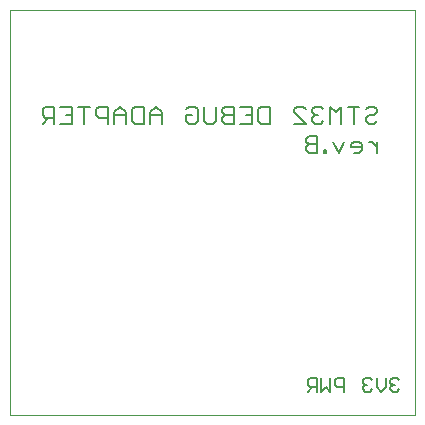
<source format=gbo>
G75*
%MOIN*%
%OFA0B0*%
%FSLAX25Y25*%
%IPPOS*%
%LPD*%
%AMOC8*
5,1,8,0,0,1.08239X$1,22.5*
%
%ADD10C,0.00000*%
%ADD11C,0.00700*%
%ADD12C,0.00500*%
D10*
X0014500Y0026300D02*
X0149500Y0026300D01*
X0149500Y0161300D01*
X0014500Y0161300D01*
X0014500Y0026300D01*
D11*
X0025298Y0123275D02*
X0027233Y0125210D01*
X0026265Y0125210D02*
X0029168Y0125210D01*
X0029168Y0123275D02*
X0029168Y0129080D01*
X0026265Y0129080D01*
X0025298Y0128112D01*
X0025298Y0126177D01*
X0026265Y0125210D01*
X0031283Y0123275D02*
X0035153Y0123275D01*
X0035153Y0129080D01*
X0031283Y0129080D01*
X0033218Y0126177D02*
X0035153Y0126177D01*
X0037268Y0129080D02*
X0041138Y0129080D01*
X0043253Y0128112D02*
X0043253Y0126177D01*
X0044221Y0125210D01*
X0047123Y0125210D01*
X0047123Y0123275D02*
X0047123Y0129080D01*
X0044221Y0129080D01*
X0043253Y0128112D01*
X0039203Y0129080D02*
X0039203Y0123275D01*
X0049238Y0123275D02*
X0049238Y0127145D01*
X0051173Y0129080D01*
X0053108Y0127145D01*
X0053108Y0123275D01*
X0055224Y0124242D02*
X0055224Y0128112D01*
X0056191Y0129080D01*
X0059094Y0129080D01*
X0059094Y0123275D01*
X0056191Y0123275D01*
X0055224Y0124242D01*
X0053108Y0126177D02*
X0049238Y0126177D01*
X0061209Y0126177D02*
X0065079Y0126177D01*
X0065079Y0127145D02*
X0063144Y0129080D01*
X0061209Y0127145D01*
X0061209Y0123275D01*
X0065079Y0123275D02*
X0065079Y0127145D01*
X0073179Y0128112D02*
X0074146Y0129080D01*
X0076081Y0129080D01*
X0077049Y0128112D01*
X0077049Y0124242D01*
X0076081Y0123275D01*
X0074146Y0123275D01*
X0073179Y0124242D01*
X0073179Y0126177D01*
X0075114Y0126177D01*
X0079164Y0124242D02*
X0080132Y0123275D01*
X0082066Y0123275D01*
X0083034Y0124242D01*
X0083034Y0129080D01*
X0085149Y0128112D02*
X0085149Y0127145D01*
X0086117Y0126177D01*
X0089019Y0126177D01*
X0089019Y0123275D02*
X0089019Y0129080D01*
X0086117Y0129080D01*
X0085149Y0128112D01*
X0086117Y0126177D02*
X0085149Y0125210D01*
X0085149Y0124242D01*
X0086117Y0123275D01*
X0089019Y0123275D01*
X0091134Y0123275D02*
X0095004Y0123275D01*
X0095004Y0129080D01*
X0091134Y0129080D01*
X0093069Y0126177D02*
X0095004Y0126177D01*
X0097119Y0124242D02*
X0098087Y0123275D01*
X0100989Y0123275D01*
X0100989Y0129080D01*
X0098087Y0129080D01*
X0097119Y0128112D01*
X0097119Y0124242D01*
X0109090Y0123275D02*
X0112960Y0123275D01*
X0109090Y0127145D01*
X0109090Y0128112D01*
X0110057Y0129080D01*
X0111992Y0129080D01*
X0112960Y0128112D01*
X0115075Y0128112D02*
X0115075Y0127145D01*
X0116042Y0126177D01*
X0115075Y0125210D01*
X0115075Y0124242D01*
X0116042Y0123275D01*
X0117977Y0123275D01*
X0118945Y0124242D01*
X0121060Y0123275D02*
X0121060Y0129080D01*
X0122995Y0127145D01*
X0124930Y0129080D01*
X0124930Y0123275D01*
X0128980Y0123275D02*
X0128980Y0129080D01*
X0130915Y0129080D02*
X0127045Y0129080D01*
X0133030Y0128112D02*
X0133998Y0129080D01*
X0135933Y0129080D01*
X0136900Y0128112D01*
X0136900Y0127145D01*
X0135933Y0126177D01*
X0133998Y0126177D01*
X0133030Y0125210D01*
X0133030Y0124242D01*
X0133998Y0123275D01*
X0135933Y0123275D01*
X0136900Y0124242D01*
X0136900Y0117395D02*
X0136900Y0113525D01*
X0136900Y0115460D02*
X0134965Y0117395D01*
X0133998Y0117395D01*
X0131912Y0116427D02*
X0131912Y0114492D01*
X0130945Y0113525D01*
X0129010Y0113525D01*
X0128042Y0115460D02*
X0131912Y0115460D01*
X0131912Y0116427D02*
X0130945Y0117395D01*
X0129010Y0117395D01*
X0128042Y0116427D01*
X0128042Y0115460D01*
X0125927Y0117395D02*
X0123992Y0113525D01*
X0122057Y0117395D01*
X0119942Y0114492D02*
X0118975Y0114492D01*
X0118975Y0113525D01*
X0119942Y0113525D01*
X0119942Y0114492D01*
X0116950Y0113525D02*
X0116950Y0119330D01*
X0114047Y0119330D01*
X0113080Y0118362D01*
X0113080Y0117395D01*
X0114047Y0116427D01*
X0116950Y0116427D01*
X0116950Y0113525D02*
X0114047Y0113525D01*
X0113080Y0114492D01*
X0113080Y0115460D01*
X0114047Y0116427D01*
X0116042Y0126177D02*
X0117010Y0126177D01*
X0118945Y0128112D02*
X0117977Y0129080D01*
X0116042Y0129080D01*
X0115075Y0128112D01*
X0079164Y0129080D02*
X0079164Y0124242D01*
D12*
X0114375Y0038554D02*
X0113624Y0037803D01*
X0113624Y0036302D01*
X0114375Y0035551D01*
X0116626Y0035551D01*
X0115125Y0035551D02*
X0113624Y0034050D01*
X0116626Y0034050D02*
X0116626Y0038554D01*
X0114375Y0038554D01*
X0118228Y0038554D02*
X0118228Y0034050D01*
X0119729Y0035551D01*
X0121230Y0034050D01*
X0121230Y0038554D01*
X0122832Y0037803D02*
X0122832Y0036302D01*
X0123582Y0035551D01*
X0125834Y0035551D01*
X0125834Y0034050D02*
X0125834Y0038554D01*
X0123582Y0038554D01*
X0122832Y0037803D01*
X0132040Y0037803D02*
X0132040Y0037053D01*
X0132790Y0036302D01*
X0132040Y0035551D01*
X0132040Y0034801D01*
X0132790Y0034050D01*
X0134292Y0034050D01*
X0135042Y0034801D01*
X0136644Y0035551D02*
X0136644Y0038554D01*
X0135042Y0037803D02*
X0134292Y0038554D01*
X0132790Y0038554D01*
X0132040Y0037803D01*
X0132790Y0036302D02*
X0133541Y0036302D01*
X0136644Y0035551D02*
X0138145Y0034050D01*
X0139646Y0035551D01*
X0139646Y0038554D01*
X0141247Y0037803D02*
X0141247Y0037053D01*
X0141998Y0036302D01*
X0141247Y0035551D01*
X0141247Y0034801D01*
X0141998Y0034050D01*
X0143499Y0034050D01*
X0144250Y0034801D01*
X0142749Y0036302D02*
X0141998Y0036302D01*
X0141247Y0037803D02*
X0141998Y0038554D01*
X0143499Y0038554D01*
X0144250Y0037803D01*
M02*

</source>
